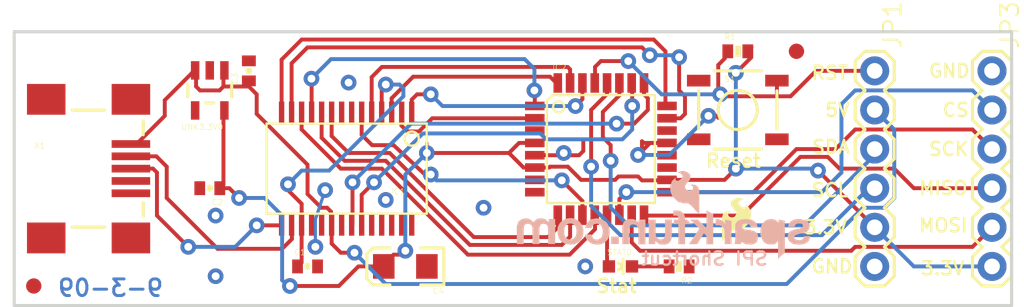
<source format=kicad_pcb>
(kicad_pcb (version 20211014) (generator pcbnew)
  (layers (0 "F.Cu" signal) (31 "B.Cu" signal) (34 "B.Paste" user) (35 "F.Paste" user) (36 "B.SilkS" user "B.Silkscreen") (37 "F.SilkS" user "F.Silkscreen") (38 "B.Mask" user) (39 "F.Mask" user) (44 "Edge.Cuts" user))
  (net 0 "")
  (net 1 "GND")
  (net 2 "N$10")
  (net 3 "N$11")
  (net 4 "3.3V")
  (net 5 "VUSB")
  (net 6 "N$1")
  (net 7 "N$2")
  (net 8 "N$3")
  (net 9 "N$4")
  (net 10 "N$5")
  (net 11 "N$6")
  (net 12 "N$7")
  (net 13 "N$8")
  (net 14 "N$9")
  (net 15 "N$12")
  (net 16 "N$13")
  (net 17 "N$14")
  (net 18 "N$15")
  (net 19 "CS")
  (net 20 "MOSI")
  (net 21 "MISO")
  (net 22 "SCK")
  (net 23 "SDA")
  (net 24 "SCL")
  (net 25 "RESET")
  (net 26 "N$16")
  (net 27 "N$17")
  (net 28 "IOVDD")
  (footprint "boardEagle:0402-RES" (layer "F.Cu") (at 163.1061 97.3836)
    (fp_text reference "R1" (at -0.889 -0.6985) (layer "F.SilkS") (effects (font (size 0.373888 0.373888) (thickness 0.032512)) (justify left bottom)))
    (fp_text value "10k")
    (pad "1" smd rect (at -0.65 0) (size 0.7 0.9) (layers "F.Cu" "F.Paste" "F.Mask") (net 25 "RESET"))
    (pad "2" smd rect (at 0.65 0) (size 0.7 0.9) (layers "F.Cu" "F.Paste" "F.Mask") (net 4 "3.3V"))
  )
  (footprint "boardEagle:0402-CAP" (layer "F.Cu") (at 135.1661 111.3536)
    (fp_text reference "C1" (at -0.889 -0.6985) (layer "F.SilkS") (effects (font (size 0.373888 0.373888) (thickness 0.032512)) (justify left bottom)))
    (fp_text value "0.1u")
    (pad "1" smd rect (at -0.65 0) (size 0.7 0.9) (layers "F.Cu" "F.Paste" "F.Mask") (net 28 "IOVDD"))
    (pad "2" smd rect (at 0.65 0) (size 0.7 0.9) (layers "F.Cu" "F.Paste" "F.Mask") (net 1 "GND"))
  )
  (footprint "boardEagle:SOT23-5" (layer "F.Cu") (at 128.8161 99.9236 180)
    (fp_text reference "UNK3.3V0" (at -0.889 -2.159 180) (layer "F.SilkS") (effects (font (size 0.373888 0.373888) (thickness 0.032512)) (justify right top)))
    (fp_text value "V_REG_LDOSMD")
    (pad "1" smd rect (at -0.95 1.3001 180) (size 0.55 1.2) (layers "F.Cu" "F.Paste" "F.Mask") (net 5 "VUSB"))
    (pad "2" smd rect (at 0 1.3001 180) (size 0.55 1.2) (layers "F.Cu" "F.Paste" "F.Mask") (net 1 "GND"))
    (pad "3" smd rect (at 0.95 1.3001 180) (size 0.55 1.2) (layers "F.Cu" "F.Paste" "F.Mask") (net 5 "VUSB"))
    (pad "4" smd rect (at 0.95 -1.3001 180) (size 0.55 1.2) (layers "F.Cu" "F.Paste" "F.Mask"))
    (pad "5" smd rect (at -0.95 -1.3001 180) (size 0.55 1.2) (layers "F.Cu" "F.Paste" "F.Mask") (net 4 "3.3V"))
  )
  (footprint "boardEagle:LED-0603" (layer "F.Cu") (at 155.4861 111.3536 -90)
    (fp_text reference "STAT0" (at -0.6985 0.889) (layer "F.SilkS") (effects (font (size 0.373888 0.373888) (thickness 0.032512)) (justify left bottom)))
    (fp_text value "RED")
    (pad "A" smd rect (at 0 0.75 270) (size 0.8 0.8) (layers "F.Cu" "F.Paste" "F.Mask") (net 26 "N$16"))
    (pad "C" smd rect (at 0 -0.75 270) (size 0.8 0.8) (layers "F.Cu" "F.Paste" "F.Mask") (net 27 "N$17"))
  )
  (footprint "boardEagle:1X06" (layer "F.Cu") (at 179.6161 98.6536 -90)
    (fp_text reference "JP3" (at -1.3462 -1.8288 -90) (layer "F.SilkS") (effects (font (size 1.143 1.143) (thickness 0.127)) (justify left bottom)))
    (fp_text value "")
    (pad "1" thru_hole circle (at 0 0) (size 1.8796 1.8796) (drill 1.016) (layers *.Cu *.Mask) (net 1 "GND"))
    (pad "2" thru_hole circle (at 2.54 0) (size 1.8796 1.8796) (drill 1.016) (layers *.Cu *.Mask) (net 19 "CS"))
    (pad "3" thru_hole circle (at 5.08 0) (size 1.8796 1.8796) (drill 1.016) (layers *.Cu *.Mask) (net 22 "SCK"))
    (pad "4" thru_hole circle (at 7.62 0) (size 1.8796 1.8796) (drill 1.016) (layers *.Cu *.Mask) (net 21 "MISO"))
    (pad "5" thru_hole circle (at 10.16 0) (size 1.8796 1.8796) (drill 1.016) (layers *.Cu *.Mask) (net 20 "MOSI"))
    (pad "6" thru_hole circle (at 12.7 0) (size 1.8796 1.8796) (drill 1.016) (layers *.Cu *.Mask) (net 4 "3.3V"))
  )
  (footprint "boardEagle:SFE-LOGO-FLAME" (layer "F.Cu") (at 162.0901 109.7026)
    (fp_text reference "U$7" hide)
    (fp_text value "LOGO-SFESK" hide)
  )
  (footprint "boardEagle:SSOP28DB" (layer "F.Cu") (at 137.7061 105.0036 180)
    (fp_text reference "IC1" (at -3.81 -1.27 180) (layer "F.SilkS") (effects (font (size 0.373888 0.373888) (thickness 0.032512)) (justify right top)))
    (fp_text value "FT245RL")
    (pad "1" smd rect (at -4.225 3.656 180) (size 0.348 1.397) (layers "F.Cu" "F.Paste" "F.Mask") (net 6 "N$1"))
    (pad "2" smd rect (at -3.575 3.656 180) (size 0.348 1.397) (layers "F.Cu" "F.Paste" "F.Mask") (net 10 "N$5"))
    (pad "3" smd rect (at -2.925 3.656 180) (size 0.348 1.397) (layers "F.Cu" "F.Paste" "F.Mask") (net 8 "N$3"))
    (pad "4" smd rect (at -2.275 3.656 180) (size 0.348 1.397) (layers "F.Cu" "F.Paste" "F.Mask") (net 28 "IOVDD"))
    (pad "5" smd rect (at -1.625 3.656 180) (size 0.348 1.397) (layers "F.Cu" "F.Paste" "F.Mask") (net 7 "N$2"))
    (pad "6" smd rect (at -0.975 3.656 180) (size 0.348 1.397) (layers "F.Cu" "F.Paste" "F.Mask") (net 13 "N$8"))
    (pad "7" smd rect (at -0.325 3.656 180) (size 0.348 1.397) (layers "F.Cu" "F.Paste" "F.Mask") (net 1 "GND"))
    (pad "8" smd rect (at 0.325 3.656 180) (size 0.348 1.397) (layers "F.Cu" "F.Paste" "F.Mask"))
    (pad "9" smd rect (at 0.975 3.656 180) (size 0.348 1.397) (layers "F.Cu" "F.Paste" "F.Mask") (net 11 "N$6"))
    (pad "10" smd rect (at 1.625 3.656 180) (size 0.348 1.397) (layers "F.Cu" "F.Paste" "F.Mask") (net 12 "N$7"))
    (pad "11" smd rect (at 2.275 3.656 180) (size 0.348 1.397) (layers "F.Cu" "F.Paste" "F.Mask") (net 9 "N$4"))
    (pad "12" smd rect (at 2.925 3.656 180) (size 0.348 1.397) (layers "F.Cu" "F.Paste" "F.Mask") (net 18 "N$15"))
    (pad "13" smd rect (at 3.575 3.656 180) (size 0.348 1.397) (layers "F.Cu" "F.Paste" "F.Mask") (net 17 "N$14"))
    (pad "14" smd rect (at 4.225 3.656 180) (size 0.348 1.397) (layers "F.Cu" "F.Paste" "F.Mask") (net 16 "N$13"))
    (pad "15" smd rect (at 4.225 -3.656 180) (size 0.348 1.397) (layers "F.Cu" "F.Paste" "F.Mask") (net 3 "N$11"))
    (pad "16" smd rect (at 3.575 -3.656 180) (size 0.348 1.397) (layers "F.Cu" "F.Paste" "F.Mask") (net 2 "N$10"))
    (pad "17" smd rect (at 2.925 -3.656 180) (size 0.348 1.397) (layers "F.Cu" "F.Paste" "F.Mask") (net 28 "IOVDD"))
    (pad "18" smd rect (at 2.275 -3.656 180) (size 0.348 1.397) (layers "F.Cu" "F.Paste" "F.Mask") (net 1 "GND"))
    (pad "19" smd rect (at 1.625 -3.656 180) (size 0.348 1.397) (layers "F.Cu" "F.Paste" "F.Mask"))
    (pad "20" smd rect (at 0.975 -3.656 180) (size 0.348 1.397) (layers "F.Cu" "F.Paste" "F.Mask") (net 5 "VUSB"))
    (pad "21" smd rect (at 0.325 -3.656 180) (size 0.348 1.397) (layers "F.Cu" "F.Paste" "F.Mask") (net 1 "GND"))
    (pad "22" smd rect (at -0.325 -3.656 180) (size 0.348 1.397) (layers "F.Cu" "F.Paste" "F.Mask") (net 15 "N$12"))
    (pad "23" smd rect (at -0.975 -3.656 180) (size 0.348 1.397) (layers "F.Cu" "F.Paste" "F.Mask") (net 14 "N$9"))
    (pad "24" smd rect (at -1.625 -3.656 180) (size 0.348 1.397) (layers "F.Cu" "F.Paste" "F.Mask"))
    (pad "25" smd rect (at -2.275 -3.656 180) (size 0.348 1.397) (layers "F.Cu" "F.Paste" "F.Mask") (net 1 "GND"))
    (pad "26" smd rect (at -2.925 -3.656 180) (size 0.348 1.397) (layers "F.Cu" "F.Paste" "F.Mask") (net 1 "GND"))
    (pad "27" smd rect (at -3.575 -3.656 180) (size 0.348 1.397) (layers "F.Cu" "F.Paste" "F.Mask"))
    (pad "28" smd rect (at -4.225 -3.656 180) (size 0.348 1.397) (layers "F.Cu" "F.Paste" "F.Mask"))
  )
  (footprint "boardEagle:FIDUCIAL-1X2" (layer "F.Cu") (at 166.9161 97.3836)
    (fp_text reference "U$6" hide)
    (fp_text value "FIDUCIAL1X2" hide)
    (pad "1" smd roundrect (at 0 0) (size 1 1) (layers "F.Cu" "F.Mask") (roundrect_rratio 0.5))
  )
  (footprint "boardEagle:0402-CAP" (layer "F.Cu") (at 128.8161 106.2736 180)
    (fp_text reference "C2" (at -0.889 -0.6985 180) (layer "F.SilkS") (effects (font (size 0.373888 0.373888) (thickness 0.032512)) (justify right top)))
    (fp_text value "0.1u")
    (pad "1" smd rect (at -0.65 0 180) (size 0.7 0.9) (layers "F.Cu" "F.Paste" "F.Mask") (net 4 "3.3V"))
    (pad "2" smd rect (at 0.65 0 180) (size 0.7 0.9) (layers "F.Cu" "F.Paste" "F.Mask") (net 1 "GND"))
  )
  (footprint "boardEagle:0402-CAP" (layer "F.Cu") (at 131.3561 98.6536 90)
    (fp_text reference "C3" (at -0.889 -0.6985 90) (layer "F.SilkS") (effects (font (size 0.373888 0.373888) (thickness 0.032512)) (justify left bottom)))
    (fp_text value "10n")
    (pad "1" smd rect (at -0.65 0 90) (size 0.7 0.9) (layers "F.Cu" "F.Paste" "F.Mask") (net 5 "VUSB"))
    (pad "2" smd rect (at 0.65 0 90) (size 0.7 0.9) (layers "F.Cu" "F.Paste" "F.Mask") (net 1 "GND"))
  )
  (footprint "boardEagle:0402-RES" (layer "F.Cu") (at 159.2961 111.3536 180)
    (fp_text reference "R2" (at -0.889 -0.6985 180) (layer "F.SilkS") (effects (font (size 0.373888 0.373888) (thickness 0.032512)) (justify right top)))
    (fp_text value "330")
    (pad "1" smd rect (at -0.65 0 180) (size 0.7 0.9) (layers "F.Cu" "F.Paste" "F.Mask") (net 1 "GND"))
    (pad "2" smd rect (at 0.65 0 180) (size 0.7 0.9) (layers "F.Cu" "F.Paste" "F.Mask") (net 27 "N$17"))
  )
  (footprint "boardEagle:EIA3216" (layer "F.Cu") (at 141.5161 111.3536 180)
    (fp_text reference "C4" (at -2.54 -1.381 180) (layer "F.SilkS") (effects (font (size 0.373888 0.373888) (thickness 0.032512)) (justify right top)))
    (fp_text value "10u")
    (pad "A" smd rect (at 1.4 0 270) (size 1.6 1.4) (layers "F.Cu" "F.Paste" "F.Mask") (net 4 "3.3V"))
    (pad "C" smd rect (at -1.4 0 270) (size 1.6 1.4) (layers "F.Cu" "F.Paste" "F.Mask") (net 1 "GND"))
  )
  (footprint "boardEagle:TACTILE_SWITCH_SMD" (layer "F.Cu") (at 163.1061 101.1936)
    (fp_text reference "S1" (at -0.889 -1.778) (layer "F.SilkS") (effects (font (size 0.373888 0.373888) (thickness 0.032512)) (justify left bottom)))
    (fp_text value "")
    (pad "1" smd rect (at -2.54 -1.905 90) (size 0.762 1.524) (layers "F.Cu" "F.Paste" "F.Mask"))
    (pad "2" smd rect (at 2.54 -1.905 90) (size 0.762 1.524) (layers "F.Cu" "F.Paste" "F.Mask") (net 25 "RESET"))
    (pad "3" smd rect (at -2.54 1.905 90) (size 0.762 1.524) (layers "F.Cu" "F.Paste" "F.Mask"))
    (pad "4" smd rect (at 2.54 1.905 90) (size 0.762 1.524) (layers "F.Cu" "F.Paste" "F.Mask") (net 1 "GND"))
  )
  (footprint "boardEagle:FIDUCIAL-1X2" (layer "F.Cu") (at 117.3861 112.6236)
    (fp_text reference "U$5" hide)
    (fp_text value "FIDUCIAL1X2" hide)
    (pad "1" smd roundrect (at 0 0) (size 1 1) (layers "F.Cu" "F.Mask") (roundrect_rratio 0.5))
  )
  (footprint "boardEagle:TQFP32-08" (layer "F.Cu") (at 154.2161 103.7336)
    (fp_text reference "IC2" (at -3.175 -5.08) (layer "F.SilkS") (effects (font (size 0.373888 0.373888) (thickness 0.032512)) (justify left bottom)))
    (fp_text value "ATMEGA168")
    (pad "1" smd rect (at -4.2926 -2.8) (size 1.27 0.5588) (layers "F.Cu" "F.Paste" "F.Mask") (net 9 "N$4"))
    (pad "2" smd rect (at -4.2926 -2) (size 1.27 0.5588) (layers "F.Cu" "F.Paste" "F.Mask") (net 10 "N$5"))
    (pad "3" smd rect (at -4.2926 -1.2) (size 1.27 0.5588) (layers "F.Cu" "F.Paste" "F.Mask") (net 1 "GND"))
    (pad "4" smd rect (at -4.2926 -0.4) (size 1.27 0.5588) (layers "F.Cu" "F.Paste" "F.Mask") (net 4 "3.3V"))
    (pad "5" smd rect (at -4.2926 0.4) (size 1.27 0.5588) (layers "F.Cu" "F.Paste" "F.Mask") (net 1 "GND"))
    (pad "6" smd rect (at -4.2926 1.2) (size 1.27 0.5588) (layers "F.Cu" "F.Paste" "F.Mask") (net 4 "3.3V"))
    (pad "7" smd rect (at -4.2926 2) (size 1.27 0.5588) (layers "F.Cu" "F.Paste" "F.Mask"))
    (pad "8" smd rect (at -4.2926 2.8) (size 1.27 0.5588) (layers "F.Cu" "F.Paste" "F.Mask"))
    (pad "9" smd rect (at -2.8 4.2926) (size 0.5588 1.27) (layers "F.Cu" "F.Paste" "F.Mask") (net 11 "N$6"))
    (pad "10" smd rect (at -2 4.2926) (size 0.5588 1.27) (layers "F.Cu" "F.Paste" "F.Mask") (net 12 "N$7"))
    (pad "11" smd rect (at -1.2 4.2926) (size 0.5588 1.27) (layers "F.Cu" "F.Paste" "F.Mask") (net 13 "N$8"))
    (pad "12" smd rect (at -0.4 4.2926) (size 0.5588 1.27) (layers "F.Cu" "F.Paste" "F.Mask") (net 18 "N$15"))
    (pad "13" smd rect (at 0.4 4.2926) (size 0.5588 1.27) (layers "F.Cu" "F.Paste" "F.Mask") (net 26 "N$16"))
    (pad "14" smd rect (at 1.2 4.2926) (size 0.5588 1.27) (layers "F.Cu" "F.Paste" "F.Mask") (net 19 "CS"))
    (pad "15" smd rect (at 2 4.2926) (size 0.5588 1.27) (layers "F.Cu" "F.Paste" "F.Mask") (net 20 "MOSI"))
    (pad "16" smd rect (at 2.8 4.2926) (size 0.5588 1.27) (layers "F.Cu" "F.Paste" "F.Mask") (net 21 "MISO"))
    (pad "17" smd rect (at 4.2926 2.8) (size 1.27 0.5588) (layers "F.Cu" "F.Paste" "F.Mask") (net 22 "SCK"))
    (pad "18" smd rect (at 4.2926 2) (size 1.27 0.5588) (layers "F.Cu" "F.Paste" "F.Mask") (net 4 "3.3V"))
    (pad "19" smd rect (at 4.2926 1.2) (size 1.27 0.5588) (layers "F.Cu" "F.Paste" "F.Mask"))
    (pad "20" smd rect (at 4.2926 0.4) (size 1.27 0.5588) (layers "F.Cu" "F.Paste" "F.Mask"))
    (pad "21" smd rect (at 4.2926 -0.4) (size 1.27 0.5588) (layers "F.Cu" "F.Paste" "F.Mask") (net 1 "GND"))
    (pad "22" smd rect (at 4.2926 -1.2) (size 1.27 0.5588) (layers "F.Cu" "F.Paste" "F.Mask"))
    (pad "23" smd rect (at 4.2926 -2) (size 1.27 0.5588) (layers "F.Cu" "F.Paste" "F.Mask") (net 17 "N$14"))
    (pad "24" smd rect (at 4.2926 -2.8) (size 1.27 0.5588) (layers "F.Cu" "F.Paste" "F.Mask") (net 16 "N$13"))
    (pad "25" smd rect (at 2.8 -4.2926) (size 0.5588 1.27) (layers "F.Cu" "F.Paste" "F.Mask") (net 15 "N$12"))
    (pad "26" smd rect (at 2 -4.2926) (size 0.5588 1.27) (layers "F.Cu" "F.Paste" "F.Mask") (net 14 "N$9"))
    (pad "27" smd rect (at 1.2 -4.2926) (size 0.5588 1.27) (layers "F.Cu" "F.Paste" "F.Mask") (net 23 "SDA"))
    (pad "28" smd rect (at 0.4 -4.2926) (size 0.5588 1.27) (layers "F.Cu" "F.Paste" "F.Mask") (net 24 "SCL"))
    (pad "29" smd rect (at -0.4 -4.2926) (size 0.5588 1.27) (layers "F.Cu" "F.Paste" "F.Mask") (net 25 "RESET"))
    (pad "30" smd rect (at -1.2 -4.2926) (size 0.5588 1.27) (layers "F.Cu" "F.Paste" "F.Mask") (net 6 "N$1"))
    (pad "31" smd rect (at -2 -4.2926) (size 0.5588 1.27) (layers "F.Cu" "F.Paste" "F.Mask") (net 7 "N$2"))
    (pad "32" smd rect (at -2.8 -4.2926) (size 0.5588 1.27) (layers "F.Cu" "F.Paste" "F.Mask") (net 8 "N$3"))
  )
  (footprint "boardEagle:1X06" (layer "F.Cu") (at 171.9961 98.6536 -90)
    (fp_text reference "JP1" (at -1.3462 -1.8288 -90) (layer "F.SilkS") (effects (font (size 1.143 1.143) (thickness 0.127)) (justify left bottom)))
    (fp_text value "")
    (pad "1" thru_hole circle (at 0 0) (size 1.8796 1.8796) (drill 1.016) (layers *.Cu *.Mask) (net 25 "RESET"))
    (pad "2" thru_hole circle (at 2.54 0) (size 1.8796 1.8796) (drill 1.016) (layers *.Cu *.Mask) (net 5 "VUSB"))
    (pad "3" thru_hole circle (at 5.08 0) (size 1.8796 1.8796) (drill 1.016) (layers *.Cu *.Mask) (net 23 "SDA"))
    (pad "4" thru_hole circle (at 7.62 0) (size 1.8796 1.8796) (drill 1.016) (layers *.Cu *.Mask) (net 24 "SCL"))
    (pad "5" thru_hole circle (at 10.16 0) (size 1.8796 1.8796) (drill 1.016) (layers *.Cu *.Mask) (net 4 "3.3V"))
    (pad "6" thru_hole circle (at 12.7 0) (size 1.8796 1.8796) (drill 1.016) (layers *.Cu *.Mask) (net 1 "GND"))
  )
  (footprint "boardEagle:USB-MINIB" (layer "F.Cu") (at 121.1961 105.0036)
    (fp_text reference "X1" (at -3.81 -1.27) (layer "F.SilkS") (effects (font (size 0.373888 0.373888) (thickness 0.032512)) (justify left bottom)))
    (fp_text value "USBSMD")
    (pad "" np_thru_hole circle (at 0 2.2) (size 0.9 0.9) (drill 0.9) (layers *.Cu *.Mask))
    (pad "" np_thru_hole circle (at 0 -2.2) (size 0.9 0.9) (drill 0.9) (layers *.Cu *.Mask))
    (pad "D+" smd rect (at 2.5 0) (size 2.5 0.5) (layers "F.Cu" "F.Paste" "F.Mask") (net 3 "N$11"))
    (pad "D-" smd rect (at 2.5 -0.8) (size 2.5 0.5) (layers "F.Cu" "F.Paste" "F.Mask") (net 2 "N$10"))
    (pad "GND" smd rect (at 2.5 1.6) (size 2.5 0.5) (layers "F.Cu" "F.Paste" "F.Mask") (net 1 "GND"))
    (pad "GND@1" smd rect (at -3 4.5) (size 2.5 2) (layers "F.Cu" "F.Paste" "F.Mask"))
    (pad "GND@2" smd rect (at -3 -4.5) (size 2.5 2) (layers "F.Cu" "F.Paste" "F.Mask"))
    (pad "GND@3" smd rect (at 2.5 -4.5) (size 2.5 2) (layers "F.Cu" "F.Paste" "F.Mask"))
    (pad "GND@4" smd rect (at 2.5 4.5) (size 2.5 2) (layers "F.Cu" "F.Paste" "F.Mask"))
    (pad "ID" smd rect (at 2.5 0.8) (size 2.5 0.5) (layers "F.Cu" "F.Paste" "F.Mask"))
    (pad "VBUS" smd rect (at 2.5 -1.6) (size 2.5 0.5) (layers "F.Cu" "F.Paste" "F.Mask") (net 5 "VUSB"))
  )
  (footprint "boardEagle:SFE-NEW-WEBLOGO" (layer "B.Cu") (at 167.8051 110.8456 180)
    (fp_text reference "U$3" hide)
    (fp_text value "LOGO-SFENEW" hide)
  )
  (gr_line (start 116.1161 96.1136) (end 116.1161 113.8936) (layer "Edge.Cuts") (width 0.2032))
  (gr_line (start 116.1161 113.8936) (end 180.8861 113.8936) (layer "Edge.Cuts") (width 0.2032))
  (gr_line (start 180.8861 113.8936) (end 180.8861 96.1136) (layer "Edge.Cuts") (width 0.2032))
  (gr_line (start 180.8861 96.1136) (end 116.1161 96.1136) (layer "Edge.Cuts") (width 0.2032))
  (gr_text "9-3-09" (at 125.8951 113.3856) (layer "B.Cu") (effects (font (size 1.0795 1.0795) (thickness 0.1905)) (justify left bottom mirror)))
  (gr_text "SPI Shortcut" (at 165.1381 111.3536) (layer "B.SilkS") (effects (font (size 0.8636 0.8636) (thickness 0.1524)) (justify left bottom mirror)))
  (gr_text "CS" (at 176.3141 101.7016) (layer "F.SilkS") (effects (font (size 0.8636 0.8636) (thickness 0.1524)) (justify left bottom)))
  (gr_text "3.3V" (at 167.2971 109.3216) (layer "F.SilkS") (effects (font (size 0.8636 0.8636) (thickness 0.1524)) (justify left bottom)))
  (gr_text "SCK" (at 175.4251 104.2416) (layer "F.SilkS") (effects (font (size 0.8636 0.8636) (thickness 0.1524)) (justify left bottom)))
  (gr_text "MISO" (at 174.7901 106.7816) (layer "F.SilkS") (effects (font (size 0.8636 0.8636) (thickness 0.1524)) (justify left bottom)))
  (gr_text "GND" (at 175.4251 99.1616) (layer "F.SilkS") (effects (font (size 0.8636 0.8636) (thickness 0.1524)) (justify left bottom)))
  (gr_text "Stat" (at 153.8351 113.1316) (layer "F.SilkS") (effects (font (size 0.8636 0.8636) (thickness 0.1524)) (justify left bottom)))
  (gr_text "SDA" (at 170.4721 103.0986) (layer "F.SilkS") (effects (font (size 0.8636 0.8636) (thickness 0.1524)) (justify right top)))
  (gr_text "RST" (at 167.8051 99.2886) (layer "F.SilkS") (effects (font (size 0.8636 0.8636) (thickness 0.1524)) (justify left bottom)))
  (gr_text "5V" (at 168.6941 101.7016) (layer "F.SilkS") (effects (font (size 0.8636 0.8636) (thickness 0.1524)) (justify left bottom)))
  (gr_text "GND" (at 167.8051 111.8616) (layer "F.SilkS") (effects (font (size 0.8636 0.8636) (thickness 0.1524)) (justify left bottom)))
  (gr_text "MOSI" (at 174.7901 109.1946) (layer "F.SilkS") (effects (font (size 0.8636 0.8636) (thickness 0.1524)) (justify left bottom)))
  (gr_text "Reset" (at 160.9471 105.0036) (layer "F.SilkS") (effects (font (size 0.8636 0.8636) (thickness 0.1524)) (justify left bottom)))
  (gr_text "3.3V" (at 174.9171 111.9886) (layer "F.SilkS") (effects (font (size 0.8636 0.8636) (thickness 0.1524)) (justify left bottom)))
  (gr_text "SCL" (at 167.8051 106.9086) (layer "F.SilkS") (effects (font (size 0.8636 0.8636) (thickness 0.1524)) (justify left bottom)))
  (segment (start 152.8001 104.1336) (end 153.0731 103.8606) (width 0.254) (layer "F.Cu") (net 1))
  (segment (start 161.2011 101.5746) (end 161.7091 101.5746) (width 0.254) (layer "F.Cu") (net 1))
  (segment (start 153.0731 103.8606) (end 153.0731 103.2256) (width 0.254) (layer "F.Cu") (net 1))
  (segment (start 158.5087 103.3336) (end 156.9911 103.3336) (width 0.254) (layer "F.Cu") (net 1))
  (segment (start 156.8831 103.8606) (end 156.8831 103.2256) (width 0.254) (layer "F.Cu") (net 1))
  (segment (start 149.9235 104.1336) (end 152.8001 104.1336) (width 0.254) (layer "F.Cu") (net 1))
  (segment (start 156.6291 104.1146) (end 157.4101 103.3336) (width 0.254) (layer "F.Cu") (net 1))
  (segment (start 156.8831 103.2256) (end 156.9911 103.3336) (width 0.254) (layer "F.Cu") (net 1))
  (segment (start 156.6291 104.1146) (end 156.8831 103.8606) (width 0.254) (layer "F.Cu") (net 1))
  (segment (start 161.7091 101.5746) (end 161.8361 101.7016) (width 0.254) (layer "F.Cu") (net 1))
  (segment (start 157.4101 103.3336) (end 158.5087 103.3336) (width 0.254) (layer "F.Cu") (net 1))
  (via (at 129.1971 111.9886) (size 1.016) (drill 0.508) (layers "F.Cu" "B.Cu") (net 1))
  (via (at 151.8031 103.9876) (size 1.016) (drill 0.508) (layers "F.Cu" "B.Cu") (net 1))
  (via (at 146.5961 107.5436) (size 1.016) (drill 0.508) (layers "F.Cu" "B.Cu") (net 1))
  (via (at 137.8331 99.4156) (size 1.016) (drill 0.508) (layers "F.Cu" "B.Cu") (net 1))
  (via (at 135.6741 110.0836) (size 1.016) (drill 0.508) (layers "F.Cu" "B.Cu") (net 1))
  (via (at 140.2461 107.0356) (size 1.016) (drill 0.508) (layers "F.Cu" "B.Cu") (net 1))
  (via (at 153.2001 111.3536) (size 1.016) (drill 0.508) (layers "F.Cu" "B.Cu") (net 1))
  (via (at 136.3091 106.4006) (size 1.016) (drill 0.508) (layers "F.Cu" "B.Cu") (net 1))
  (via (at 156.6291 104.1146) (size 1.016) (drill 0.508) (layers "F.Cu" "B.Cu") (net 1))
  (via (at 129.1971 108.0516) (size 1.016) (drill 0.508) (layers "F.Cu" "B.Cu") (net 1))
  (via (at 161.2011 101.5746) (size 1.016) (drill 0.508) (layers "F.Cu" "B.Cu") (net 1))
  (segment (start 158.6611 104.1146) (end 161.2011 101.5746) (width 0.254) (layer "B.Cu") (net 1))
  (segment (start 156.6291 104.1146) (end 158.6611 104.1146) (width 0.254) (layer "B.Cu") (net 1))
  (segment (start 135.6741 110.0836) (end 135.6741 108.3056) (width 0.2032) (layer "B.Cu") (net 1))
  (segment (start 135.6741 108.3056) (end 136.3091 106.4006) (width 0.2032) (layer "B.Cu") (net 1))
  (segment (start 126.0221 104.8766) (end 126.0221 106.9086) (width 0.254) (layer "F.Cu") (net 2))
  (segment (start 125.3491 104.2036) (end 126.0221 104.8766) (width 0.254) (layer "F.Cu") (net 2))
  (segment (start 134.1501 108.8136) (end 134.1311 108.7946) (width 0.254) (layer "F.Cu") (net 2))
  (segment (start 134.1501 109.5756) (end 134.1501 108.8136) (width 0.254) (layer "F.Cu") (net 2))
  (segment (start 123.6961 104.2036) (end 125.3491 104.2036) (width 0.254) (layer "F.Cu") (net 2))
  (segment (start 126.0221 106.9086) (end 129.3241 110.2106) (width 0.254) (layer "F.Cu") (net 2))
  (segment (start 134.1311 108.7946) (end 134.1311 108.6596) (width 0.254) (layer "F.Cu") (net 2))
  (segment (start 133.5151 110.2106) (end 134.1501 109.5756) (width 0.254) (layer "F.Cu") (net 2))
  (segment (start 129.3241 110.2106) (end 133.5151 110.2106) (width 0.254) (layer "F.Cu") (net 2))
  (segment (start 123.6961 105.0036) (end 125.1331 105.0036) (width 0.254) (layer "F.Cu") (net 3))
  (segment (start 125.1331 105.0036) (end 125.3871 105.2576) (width 0.254) (layer "F.Cu") (net 3))
  (segment (start 133.4881 108.6596) (end 133.4811 108.6596) (width 0.254) (layer "F.Cu") (net 3))
  (segment (start 133.5151 108.6866) (end 133.4881 108.6596) (width 0.254) (layer "F.Cu") (net 3))
  (segment (start 131.8641 108.6866) (end 133.5151 108.6866) (width 0.254) (layer "F.Cu") (net 3))
  (segment (start 125.3871 108.0516) (end 127.4191 110.0836) (width 0.254) (layer "F.Cu") (net 3))
  (segment (start 125.3871 105.2576) (end 125.3871 108.0516) (width 0.254) (layer "F.Cu") (net 3))
  (via (at 131.8641 108.6866) (size 1.016) (drill 0.508) (layers "F.Cu" "B.Cu") (net 3))
  (via (at 127.4191 110.0836) (size 1.016) (drill 0.508) (layers "F.Cu" "B.Cu") (net 3))
  (segment (start 127.4191 110.0836) (end 130.4671 110.0836) (width 0.254) (layer "B.Cu") (net 3))
  (segment (start 130.4671 110.0836) (end 131.8641 108.6866) (width 0.254) (layer "B.Cu") (net 3))
  (segment (start 129.4511 106.2736) (end 129.7051 106.0196) (width 0.254) (layer "F.Cu") (net 4))
  (segment (start 142.9131 103.9876) (end 142.9131 103.3336) (width 0.2032) (layer "F.Cu") (net 4))
  (segment (start 158.5087 105.7336) (end 162.2491 105.7336) (width 0.254) (layer "F.Cu") (net 4))
  (segment (start 142.9131 103.9876) (end 143.1671 103.9876) (width 0.254) (layer "F.Cu") (net 4))
  (segment (start 148.2471 103.9876) (end 149.1931 104.9336) (width 0.254) (layer "F.Cu") (net 4))
  (segment (start 137.1981 112.6236) (end 138.4681 111.3536) (width 0.254) (layer "F.Cu") (net 4))
  (segment (start 163.9561 97.8036) (end 163.7561 97.3836) (width 0.254) (layer "F.Cu") (net 4))
  (segment (start 138.4681 111.3536) (end 140.1161 111.3536) (width 0.254) (layer "F.Cu") (net 4))
  (segment (start 140.1161 111.3536) (end 140.7541 110.5916) (width 0.254) (layer "F.Cu") (net 4))
  (segment (start 130.7211 106.9086) (end 130.0861 106.2736) (width 0.254) (layer "F.Cu") (net 4))
  (segment (start 141.5161 110.5916) (end 141.5161 110.3376) (width 0.254) (layer "F.Cu") (net 4))
  (segment (start 155.3591 105.5116) (end 156.6291 105.5116) (width 0.254) (layer "F.Cu") (net 4))
  (segment (start 129.4661 106.2736) (end 129.4511 106.2736) (width 0.254) (layer "F.Cu") (net 4))
  (segment (start 129.7051 101.2847) (end 129.7661 101.2237) (width 0.254) (layer "F.Cu") (net 4))
  (segment (start 152.9271 105.7336) (end 155.1371 105.7336) (width 0.254) (layer "F.Cu") (net 4))
  (segment (start 162.9791 98.7806) (end 163.9561 97.8036) (width 0.254) (layer "F.Cu") (net 4))
  (segment (start 148.2471 103.9876) (end 148.9011 103.3336) (width 0.254) (layer "F.Cu") (net 4))
  (segment (start 163.7561 97.3836) (end 163.7411 97.1296) (width 0.254) (layer "F.Cu") (net 4))
  (segment (start 142.9131 103.9876) (end 148.2471 103.9876) (width 0.254) (layer "F.Cu") (net 4))
  (segment (start 155.1371 105.7336) (end 155.3591 105.5116) (width 0.254) (layer "F.Cu") (net 4))
  (segment (start 140.7541 110.5916) (end 141.5161 110.5916) (width 0.254) (layer "F.Cu") (net 4))
  (segment (start 148.9011 103.3336) (end 149.9235 103.3336) (width 0.254) (layer "F.Cu") (net 4))
  (segment (start 152.0701 104.8766) (end 152.9271 105.7336) (width 0.254) (layer "F.Cu") (net 4))
  (segment (start 156.6291 105.5116) (end 156.8831 105.7656) (width 0.254) (layer "F.Cu") (net 4))
  (segment (start 149.1931 104.9336) (end 149.9235 104.9336) (width 0.254) (layer "F.Cu") (net 4))
  (segment (start 162.2491 105.7336) (end 162.9791 105.0036) (width 0.254) (layer "F.Cu") (net 4))
  (segment (start 168.3131 105.1306) (end 171.9961 108.8136) (width 0.254) (layer "F.Cu") (net 4))
  (segment (start 150.9141 104.8766) (end 152.0701 104.8766) (width 0.254) (layer "F.Cu") (net 4))
  (segment (start 129.7051 106.0196) (end 129.7051 101.2847) (width 0.254) (layer "F.Cu") (net 4))
  (segment (start 163.7561 97.3836) (end 163.9951 97.1296) (width 0.254) (layer "F.Cu") (net 4))
  (segment (start 130.0861 106.2736) (end 129.4661 106.2736) (width 0.254) (layer "F.Cu") (net 4))
  (segment (start 156.8831 105.7656) (end 158.5341 105.7656) (width 0.254) (layer "F.Cu") (net 4))
  (segment (start 134.0231 112.6236) (end 137.1981 112.6236) (width 0.254) (layer "F.Cu") (net 4))
  (segment (start 150.8571 104.9336) (end 150.9141 104.8766) (width 0.254) (layer "F.Cu") (net 4))
  (segment (start 149.9235 104.9336) (end 150.8571 104.9336) (width 0.254) (layer "F.Cu") (net 4))
  (segment (start 158.5341 105.7656) (end 158.5087 105.7402) (width 0.254) (layer "F.Cu") (net 4))
  (segment (start 158.5087 105.7402) (end 158.5087 105.7336) (width 0.254) (layer "F.Cu") (net 4))
  (via (at 168.3131 105.1306) (size 1.016) (drill 0.508) (layers "F.Cu" "B.Cu") (net 4))
  (via (at 141.5161 110.3376) (size 1.016) (drill 0.508) (layers "F.Cu" "B.Cu") (net 4))
  (via (at 162.9791 98.7806) (size 1.016) (drill 0.508) (layers "F.Cu" "B.Cu") (net 4))
  (via (at 130.7211 106.9086) (size 1.016) (drill 0.508) (layers "F.Cu" "B.Cu") (net 4))
  (via (at 134.0231 112.6236) (size 1.016) (drill 0.508) (layers "F.Cu" "B.Cu") (net 4))
  (via (at 162.9791 105.0036) (size 1.016) (drill 0.508) (layers "F.Cu" "B.Cu") (net 4))
  (via (at 142.9131 103.9876) (size 1.016) (drill 0.508) (layers "F.Cu" "B.Cu") (net 4))
  (segment (start 133.5151 112.2426) (end 133.5151 108.0516) (width 0.254) (layer "B.Cu") (net 4))
  (segment (start 141.5161 110.3376) (end 141.5161 105.3846) (width 0.254) (layer "B.Cu") (net 4))
  (segment (start 132.3721 106.9086) (end 130.7211 106.9086) (width 0.254) (layer "B.Cu") (net 4))
  (segment (start 174.5361 111.3536) (end 179.6161 111.3536) (width 0.254) (layer "B.Cu") (net 4))
  (segment (start 133.7691 112.4966) (end 133.5151 112.2426) (width 0.254) (layer "B.Cu") (net 4))
  (segment (start 168.1861 105.0036) (end 168.3131 105.1306) (width 0.254) (layer "B.Cu") (net 4))
  (segment (start 162.9791 105.0036) (end 162.9791 98.7806) (width 0.254) (layer "B.Cu") (net 4))
  (segment (start 133.5151 108.0516) (end 132.3721 106.9086) (width 0.254) (layer "B.Cu") (net 4))
  (segment (start 162.9791 105.0036) (end 168.1861 105.0036) (width 0.254) (layer "B.Cu") (net 4))
  (segment (start 133.7691 112.4966) (end 133.8961 112.4966) (width 0.254) (layer "B.Cu") (net 4))
  (segment (start 133.7691 112.4966) (end 133.8961 112.6236) (width 0.254) (layer "B.Cu") (net 4))
  (segment (start 171.9961 108.8136) (end 174.5361 111.3536) (width 0.254) (layer "B.Cu") (net 4))
  (segment (start 133.8961 112.4966) (end 134.0231 112.6236) (width 0.254) (layer "B.Cu") (net 4))
  (segment (start 141.5161 105.3846) (end 142.9131 103.9876) (width 0.254) (layer "B.Cu") (net 4))
  (segment (start 127.8661 98.5876) (end 127.9271 98.5266) (width 0.254) (layer "F.Cu") (net 5))
  (segment (start 136.4361 107.5436) (end 136.6901 107.7976) (width 0.254) (layer "F.Cu") (net 5))
  (segment (start 127.8661 98.7146) (end 127.8001 98.7806) (width 0.254) (layer "F.Cu") (net 5))
  (segment (start 127.709 98.7806) (end 127.8661 98.6235) (width 0.254) (layer "F.Cu") (net 5))
  (segment (start 136.7311 109.8706) (end 137.3251 110.4646) (width 0.254) (layer "F.Cu") (net 5))
  (segment (start 131.2681 99.5036) (end 131.2291 99.5426) (width 0.254) (layer "F.Cu") (net 5))
  (segment (start 129.7051 99.6696) (end 131.3561 99.6696) (width 0.254) (layer "F.Cu") (net 5))
  (segment (start 136.7311 108.6006) (end 136.7311 108.6596) (width 0.254) (layer "F.Cu") (net 5))
  (segment (start 131.3561 99.6696) (end 131.3561 99.3036) (width 0.254) (layer "F.Cu") (net 5))
  (segment (start 129.7051 98.6845) (end 129.7661 98.6235) (width 0.254) (layer "F.Cu") (net 5))
  (segment (start 127.6731 98.7806) (end 127.8661 98.5876) (width 0.254) (layer "F.Cu") (net 5))
  (segment (start 136.7311 108.6596) (end 136.7311 109.8706) (width 0.254) (layer "F.Cu") (net 5))
  (segment (start 136.6901 107.7976) (end 136.6901 108.5596) (width 0.254) (layer "F.Cu") (net 5))
  (segment (start 125.8951 101.5746) (end 125.8951 100.5586) (width 0.254) (layer "F.Cu") (net 5))
  (segment (start 129.4511 99.9236) (end 129.7051 99.6696) (width 0.254) (layer "F.Cu") (net 5))
  (segment (start 137.3251 110.4646) (end 138.2141 110.4646) (width 0.254) (layer "F.Cu") (net 5))
  (segment (start 127.8001 98.7806) (end 127.9271 98.9076) (width 0.254) (layer "F.Cu") (net 5))
  (segment (start 127.8661 98.6235) (end 127.8661 98.7146) (width 0.254) (layer "F.Cu") (net 5))
  (segment (start 127.9271 99.6696) (end 128.1811 99.9236) (width 0.254) (layer "F.Cu") (net 5))
  (segment (start 125.8951 100.5586) (end 127.6731 98.7806) (width 0.254) (layer "F.Cu") (net 5))
  (segment (start 127.9271 98.9076) (end 127.9271 99.6696) (width 0.254) (layer "F.Cu") (net 5))
  (segment (start 136.6901 108.5596) (end 136.7311 108.6006) (width 0.254) (layer "F.Cu") (net 5))
  (segment (start 135.1661 104.7496) (end 135.1661 106.6546) (width 0.254) (layer "F.Cu") (net 5))
  (segment (start 131.3561 99.3036) (end 131.2681 99.5036) (width 0.254) (layer "F.Cu") (net 5))
  (segment (start 131.2291 99.5426) (end 131.8641 100.1776) (width 0.254) (layer "F.Cu") (net 5))
  (segment (start 129.7051 99.6696) (end 129.7051 98.6845) (width 0.254) (layer "F.Cu") (net 5))
  (segment (start 127.6731 98.7806) (end 127.709 98.7806) (width 0.254) (layer "F.Cu") (net 5))
  (segment (start 128.1811 99.9236) (end 129.4511 99.9236) (width 0.254) (layer "F.Cu") (net 5))
  (segment (start 127.8661 98.5876) (end 127.8661 98.6235) (width 0.254) (layer "F.Cu") (net 5))
  (segment (start 123.6961 103.4036) (end 124.0661 103.4036) (width 0.254) (layer "F.Cu") (net 5))
  (segment (start 131.8641 100.1776) (end 131.8641 101.4476) (width 0.254) (layer "F.Cu") (net 5))
  (segment (start 131.8641 101.4476) (end 135.1661 104.7496) (width 0.254) (layer "F.Cu") (net 5))
  (segment (start 136.0551 107.5436) (end 136.4361 107.5436) (width 0.254) (layer "F.Cu") (net 5))
  (segment (start 124.0661 103.4036) (end 125.8951 101.5746) (width 0.254) (layer "F.Cu") (net 5))
  (segment (start 135.1661 106.6546) (end 136.0551 107.5436) (width 0.254) (layer "F.Cu") (net 5))
  (via (at 138.2141 110.4646) (size 1.016) (drill 0.508) (layers "F.Cu" "B.Cu") (net 5))
  (segment (start 171.2341 107.5436) (end 172.6311 107.5436) (width 0.254) (layer "B.Cu") (net 5))
  (segment (start 138.2141 110.4646) (end 140.2461 112.4966) (width 0.254) (layer "B.Cu") (net 5))
  (segment (start 173.2661 106.9086) (end 173.2661 102.4636) (width 0.254) (layer "B.Cu") (net 5))
  (segment (start 166.2811 112.4966) (end 171.2341 107.5436) (width 0.254) (layer "B.Cu") (net 5))
  (segment (start 172.6311 107.5436) (end 173.2661 106.9086) (width 0.254) (layer "B.Cu") (net 5))
  (segment (start 173.2661 102.4636) (end 171.9961 101.1936) (width 0.254) (layer "B.Cu") (net 5))
  (segment (start 140.2461 112.4966) (end 166.2811 112.4966) (width 0.254) (layer "B.Cu") (net 5))
  (segment (start 141.9311 100.5246) (end 142.2781 100.1776) (width 0.254) (layer "F.Cu") (net 6))
  (segment (start 152.5651 100.9396) (end 153.0161 100.4886) (width 0.254) (layer "F.Cu") (net 6))
  (segment (start 141.9311 101.3476) (end 141.9311 100.5246) (width 0.254) (layer "F.Cu") (net 6))
  (segment (start 142.2781 100.1776) (end 143.1671 100.1776) (width 0.254) (layer "F.Cu") (net 6))
  (segment (start 153.0161 100.4886) (end 153.0161 99.441) (width 0.254) (layer "F.Cu") (net 6))
  (via (at 152.5651 100.9396) (size 1.016) (drill 0.508) (layers "F.Cu" "B.Cu") (net 6))
  (via (at 143.1671 100.1776) (size 1.016) (drill 0.508) (layers "F.Cu" "B.Cu") (net 6))
  (segment (start 143.9291 100.9396) (end 152.5651 100.9396) (width 0.254) (layer "B.Cu") (net 6))
  (segment (start 143.1671 100.1776) (end 143.9291 100.9396) (width 0.254) (layer "B.Cu") (net 6))
  (segment (start 139.3311 99.0606) (end 139.9921 98.3996) (width 0.254) (layer "F.Cu") (net 7))
  (segment (start 139.9921 98.3996) (end 152.0571 98.3996) (width 0.254) (layer "F.Cu") (net 7))
  (segment (start 152.0571 98.3996) (end 152.2161 98.5586) (width 0.254) (layer "F.Cu") (net 7))
  (segment (start 139.3311 101.3476) (end 139.3311 99.0606) (width 0.254) (layer "F.Cu") (net 7))
  (segment (start 152.2161 98.5586) (end 152.2161 99.441) (width 0.254) (layer "F.Cu") (net 7))
  (segment (start 140.6271 100.4316) (end 142.0241 99.0346) (width 0.254) (layer "F.Cu") (net 8))
  (segment (start 140.6271 101.3206) (end 140.6271 100.4316) (width 0.254) (layer "F.Cu") (net 8))
  (segment (start 140.6311 101.3246) (end 140.6271 101.3206) (width 0.254) (layer "F.Cu") (net 8))
  (segment (start 150.9141 99.0346) (end 151.3205 99.441) (width 0.254) (layer "F.Cu") (net 8))
  (segment (start 151.3205 99.441) (end 151.4161 99.441) (width 0.254) (layer "F.Cu") (net 8))
  (segment (start 142.0241 99.0346) (end 150.9141 99.0346) (width 0.254) (layer "F.Cu") (net 8))
  (segment (start 140.6311 101.3476) (end 140.6311 101.3246) (width 0.254) (layer "F.Cu") (net 8))
  (segment (start 135.4311 99.1726) (end 135.4201 99.1616) (width 0.254) (layer "F.Cu") (net 9))
  (segment (start 149.8981 99.9236) (end 149.9235 99.949) (width 0.254) (layer "F.Cu") (net 9))
  (segment (start 135.4311 101.3476) (end 135.4311 99.1726) (width 0.254) (layer "F.Cu") (net 9))
  (segment (start 149.9235 99.949) (end 149.9235 100.9336) (width 0.254) (layer "F.Cu") (net 9))
  (via (at 135.4201 99.1616) (size 1.016) (drill 0.508) (layers "F.Cu" "B.Cu") (net 9))
  (via (at 149.8981 99.9236) (size 1.016) (drill 0.508) (layers "F.Cu" "B.Cu") (net 9))
  (segment (start 149.8981 98.5266) (end 149.8981 99.9236) (width 0.254) (layer "B.Cu") (net 9))
  (segment (start 135.4201 99.1616) (end 136.6901 97.8916) (width 0.254) (layer "B.Cu") (net 9))
  (segment (start 136.6901 97.8916) (end 149.2631 97.8916) (width 0.254) (layer "B.Cu") (net 9))
  (segment (start 149.2631 97.8916) (end 149.8981 98.5266) (width 0.254) (layer "B.Cu") (net 9))
  (segment (start 141.2621 102.2096) (end 141.6431 102.5906) (width 0.254) (layer "F.Cu") (net 10))
  (segment (start 141.2811 101.4286) (end 141.2621 101.4476) (width 0.254) (layer "F.Cu") (net 10))
  (segment (start 141.2621 101.4476) (end 141.2621 102.2096) (width 0.254) (layer "F.Cu") (net 10))
  (segment (start 141.6431 102.5906) (end 142.4051 102.5906) (width 0.254) (layer "F.Cu") (net 10))
  (segment (start 142.4051 102.5906) (end 143.2621 101.7336) (width 0.254) (layer "F.Cu") (net 10))
  (segment (start 141.2811 101.3476) (end 141.2811 101.4286) (width 0.254) (layer "F.Cu") (net 10))
  (segment (start 143.2621 101.7336) (end 149.9235 101.7336) (width 0.254) (layer "F.Cu") (net 10))
  (segment (start 137.8331 103.9876) (end 136.7311 102.8856) (width 0.254) (layer "F.Cu") (net 11))
  (segment (start 140.5001 103.9876) (end 145.9611 109.4486) (width 0.254) (layer "F.Cu") (net 11))
  (segment (start 151.4161 108.8196) (end 151.4161 108.0262) (width 0.254) (layer "F.Cu") (net 11))
  (segment (start 145.9611 109.4486) (end 150.7871 109.4486) (width 0.254) (layer "F.Cu") (net 11))
  (segment (start 137.8331 103.9876) (end 140.5001 103.9876) (width 0.254) (layer "F.Cu") (net 11))
  (segment (start 150.7871 109.4486) (end 151.4161 108.8196) (width 0.254) (layer "F.Cu") (net 11))
  (segment (start 136.7311 102.8856) (end 136.7311 101.3476) (width 0.254) (layer "F.Cu") (net 11))
  (segment (start 137.5791 104.4956) (end 140.2461 104.4956) (width 0.254) (layer "F.Cu") (net 12))
  (segment (start 151.6761 109.9566) (end 152.2161 109.4166) (width 0.254) (layer "F.Cu") (net 12))
  (segment (start 152.2161 109.4166) (end 152.2161 108.0262) (width 0.254) (layer "F.Cu") (net 12))
  (segment (start 140.2461 104.4956) (end 145.7071 109.9566) (width 0.254) (layer "F.Cu") (net 12))
  (segment (start 136.0811 102.9976) (end 137.5791 104.4956) (width 0.254) (layer "F.Cu") (net 12))
  (segment (start 145.7071 109.9566) (end 151.6761 109.9566) (width 0.254) (layer "F.Cu") (net 12))
  (segment (start 136.0811 101.3476) (end 136.0811 102.9976) (width 0.254) (layer "F.Cu") (net 12))
  (segment (start 142.7861 105.3846) (end 143.1671 105.3846) (width 0.254) (layer "F.Cu") (net 13))
  (segment (start 153.0161 108.0262) (end 153.0477 108.0262) (width 0.254) (layer "F.Cu") (net 13))
  (segment (start 151.6761 105.7656) (end 153.0161 107.1056) (width 0.254) (layer "F.Cu") (net 13))
  (segment (start 138.6811 102.8036) (end 139.3571 103.4796) (width 0.254) (layer "F.Cu") (net 13))
  (segment (start 139.3571 103.4796) (end 140.7541 103.4796) (width 0.254) (layer "F.Cu") (net 13))
  (segment (start 138.6811 101.3476) (end 138.6811 102.8036) (width 0.254) (layer "F.Cu") (net 13))
  (segment (start 153.0477 108.0262) (end 153.0731 108.0516) (width 0.254) (layer "F.Cu") (net 13))
  (segment (start 140.7541 103.4796) (end 142.7861 105.3846) (width 0.254) (layer "F.Cu") (net 13))
  (segment (start 153.0161 107.1056) (end 153.0161 108.0262) (width 0.254) (layer "F.Cu") (net 13))
  (segment (start 153.0731 108.0516) (end 152.9461 108.1786) (width 0.254) (layer "F.Cu") (net 13))
  (via (at 151.6761 105.7656) (size 1.016) (drill 0.508) (layers "F.Cu" "B.Cu") (net 13))
  (via (at 143.1671 105.3846) (size 1.016) (drill 0.508) (layers "F.Cu" "B.Cu") (net 13))
  (segment (start 143.1671 105.3846) (end 143.5481 105.7656) (width 0.254) (layer "B.Cu") (net 13))
  (segment (start 143.5481 105.7656) (end 151.6761 105.7656) (width 0.254) (layer "B.Cu") (net 13))
  (segment (start 138.6811 108.6596) (end 138.6811 106.6956) (width 0.254) (layer "F.Cu") (net 14))
  (segment (start 156.2161 99.5106) (end 156.2161 99.441) (width 0.254) (layer "F.Cu") (net 14))
  (segment (start 156.2481 100.9396) (end 156.2481 99.5426) (width 0.254) (layer "F.Cu") (net 14))
  (segment (start 138.6811 106.6956) (end 139.4841 105.8926) (width 0.254) (layer "F.Cu") (net 14))
  (segment (start 156.2481 99.5426) (end 156.2161 99.5106) (width 0.254) (layer "F.Cu") (net 14))
  (via (at 156.2481 100.9396) (size 1.016) (drill 0.508) (layers "F.Cu" "B.Cu") (net 14))
  (via (at 139.4841 105.8926) (size 1.016) (drill 0.508) (layers "F.Cu" "B.Cu") (net 14))
  (segment (start 155.6131 103.0986) (end 156.2481 102.4636) (width 0.254) (layer "B.Cu") (net 14))
  (segment (start 150.2791 102.7176) (end 150.6601 103.0986) (width 0.254) (layer "B.Cu") (net 14))
  (segment (start 142.6591 102.7176) (end 150.2791 102.7176) (width 0.254) (layer "B.Cu") (net 14))
  (segment (start 150.6601 103.0986) (end 155.6131 103.0986) (width 0.254) (layer "B.Cu") (net 14))
  (segment (start 139.4841 105.8926) (end 142.6591 102.7176) (width 0.254) (layer "B.Cu") (net 14))
  (segment (start 156.2481 102.4636) (end 156.2481 100.9396) (width 0.254) (layer "B.Cu") (net 14))
  (segment (start 157.0101 99.4156) (end 157.0161 99.4216) (width 0.254) (layer "F.Cu") (net 15))
  (segment (start 155.2321 102.0826) (end 156.3751 102.0826) (width 0.254) (layer "F.Cu") (net 15))
  (segment (start 138.0311 108.6596) (end 138.0871 108.6036) (width 0.254) (layer "F.Cu") (net 15))
  (segment (start 157.0101 100.1776) (end 157.0101 99.4156) (width 0.254) (layer "F.Cu") (net 15))
  (segment (start 157.2641 101.1936) (end 157.2641 100.4316) (width 0.254) (layer "F.Cu") (net 15))
  (segment (start 138.0871 108.6036) (end 138.0871 105.8926) (width 0.254) (layer "F.Cu") (net 15))
  (segment (start 157.2641 100.4316) (end 157.0101 100.1776) (width 0.254) (layer "F.Cu") (net 15))
  (segment (start 157.0161 99.4216) (end 157.0161 99.441) (width 0.254) (layer "F.Cu") (net 15))
  (segment (start 156.3751 102.0826) (end 157.2641 101.1936) (width 0.254) (layer "F.Cu") (net 15))
  (via (at 155.2321 102.0826) (size 1.016) (drill 0.508) (layers "F.Cu" "B.Cu") (net 15))
  (via (at 138.0871 105.8926) (size 1.016) (drill 0.508) (layers "F.Cu" "B.Cu") (net 15))
  (segment (start 138.0871 105.8926) (end 141.8971 102.0826) (width 0.254) (layer "B.Cu") (net 15))
  (segment (start 141.8971 102.0826) (end 155.2321 102.0826) (width 0.254) (layer "B.Cu") (net 15))
  (segment (start 158.5281 100.9336) (end 158.5087 100.9336) (width 0.254) (layer "F.Cu") (net 16))
  (segment (start 133.4811 101.3476) (end 133.4811 97.9256) (width 0.254) (layer "F.Cu") (net 16))
  (segment (start 158.4071 97.3836) (end 158.4071 100.8126) (width 0.254) (layer "F.Cu") (net 16))
  (segment (start 157.6451 96.6216) (end 158.4071 97.3836) (width 0.254) (layer "F.Cu") (net 16))
  (segment (start 134.7851 96.6216) (end 157.6451 96.6216) (width 0.254) (layer "F.Cu") (net 16))
  (segment (start 133.4811 97.9256) (end 134.7851 96.6216) (width 0.254) (layer "F.Cu") (net 16))
  (segment (start 158.4071 100.8126) (end 158.5281 100.9336) (width 0.254) (layer "F.Cu") (net 16))
  (segment (start 158.5281 100.9336) (end 158.5341 100.9396) (width 0.254) (layer "F.Cu") (net 16))
  (segment (start 156.8831 97.1296) (end 157.3911 97.6376) (width 0.254) (layer "F.Cu") (net 17))
  (segment (start 159.3911 101.7336) (end 158.5087 101.7336) (width 0.254) (layer "F.Cu") (net 17))
  (segment (start 135.1661 97.1296) (end 156.8831 97.1296) (width 0.254) (layer "F.Cu") (net 17))
  (segment (start 159.2961 97.7646) (end 159.2961 99.9236) (width 0.254) (layer "F.Cu") (net 17))
  (segment (start 159.2961 99.9236) (end 159.6771 100.3046) (width 0.254) (layer "F.Cu") (net 17))
  (segment (start 134.1311 101.3476) (end 134.1311 98.1646) (width 0.254) (layer "F.Cu") (net 17))
  (segment (start 159.6771 100.3046) (end 159.6771 101.4476) (width 0.254) (layer "F.Cu") (net 17))
  (segment (start 159.6771 101.4476) (end 159.3911 101.7336) (width 0.254) (layer "F.Cu") (net 17))
  (segment (start 134.1311 98.1646) (end 135.1661 97.1296) (width 0.254) (layer "F.Cu") (net 17))
  (via (at 159.2961 97.7646) (size 1.016) (drill 0.508) (layers "F.Cu" "B.Cu") (net 17))
  (via (at 157.3911 97.6376) (size 1.016) (drill 0.508) (layers "F.Cu" "B.Cu") (net 17))
  (segment (start 157.3911 97.6376) (end 159.1691 97.6376) (width 0.254) (layer "B.Cu") (net 17))
  (segment (start 159.1691 97.6376) (end 159.2961 97.7646) (width 0.254) (layer "B.Cu") (net 17))
  (segment (start 153.8351 108.0516) (end 153.8161 108.0326) (width 0.254) (layer "F.Cu") (net 18))
  (segment (start 134.7811 101.3476) (end 134.7811 102.4596) (width 0.254) (layer "F.Cu") (net 18))
  (segment (start 153.8161 108.0326) (end 153.8161 108.0262) (width 0.254) (layer "F.Cu") (net 18))
  (segment (start 137.3251 105.0036) (end 139.9921 105.0036) (width 0.254) (layer "F.Cu") (net 18))
  (segment (start 139.9921 105.0036) (end 145.5801 110.5916) (width 0.254) (layer "F.Cu") (net 18))
  (segment (start 152.1841 110.5916) (end 153.8351 108.9406) (width 0.254) (layer "F.Cu") (net 18))
  (segment (start 134.7811 102.4596) (end 137.3251 105.0036) (width 0.254) (layer "F.Cu") (net 18))
  (segment (start 153.8351 108.9406) (end 153.8351 108.0516) (width 0.254) (layer "F.Cu") (net 18))
  (segment (start 145.5801 110.5916) (end 152.1841 110.5916) (width 0.254) (layer "F.Cu") (net 18))
  (segment (start 155.4161 106.9786) (end 155.8671 106.5276) (width 0.254) (layer "F.Cu") (net 19))
  (segment (start 155.4161 108.0262) (end 155.4161 106.9786) (width 0.254) (layer "F.Cu") (net 19))
  (via (at 155.8671 106.5276) (size 1.016) (drill 0.508) (layers "F.Cu" "B.Cu") (net 19))
  (segment (start 169.8371 100.8126) (end 170.7261 99.9236) (width 0.254) (layer "B.Cu") (net 19))
  (segment (start 169.8371 105.2576) (end 169.8371 100.8126) (width 0.254) (layer "B.Cu") (net 19))
  (segment (start 178.3461 99.9236) (end 179.6161 101.1936) (width 0.254) (layer "B.Cu") (net 19))
  (segment (start 168.5671 106.5276) (end 169.8371 105.2576) (width 0.254) (layer "B.Cu") (net 19))
  (segment (start 155.8671 106.5276) (end 168.5671 106.5276) (width 0.254) (layer "B.Cu") (net 19))
  (segment (start 170.7261 99.9236) (end 178.3461 99.9236) (width 0.254) (layer "B.Cu") (net 19))
  (segment (start 178.3461 110.0836) (end 179.6161 108.8136) (width 0.254) (layer "F.Cu") (net 20))
  (segment (start 156.2161 109.7976) (end 156.7561 110.3376) (width 0.254) (layer "F.Cu") (net 20))
  (segment (start 156.7561 110.3376) (end 170.4721 110.3376) (width 0.254) (layer "F.Cu") (net 20))
  (segment (start 156.2161 109.7976) (end 156.2161 108.0262) (width 0.254) (layer "F.Cu") (net 20))
  (segment (start 170.7261 110.0836) (end 178.3461 110.0836) (width 0.254) (layer "F.Cu") (net 20))
  (segment (start 170.4721 110.3376) (end 170.7261 110.0836) (width 0.254) (layer "F.Cu") (net 20))
  (segment (start 168.9481 104.2416) (end 169.7101 105.0036) (width 0.254) (layer "F.Cu") (net 21))
  (segment (start 163.3601 108.0516) (end 167.1701 104.2416) (width 0.254) (layer "F.Cu") (net 21))
  (segment (start 157.0161 108.0262) (end 157.1117 108.0262) (width 0.254) (layer "F.Cu") (net 21))
  (segment (start 167.1701 104.2416) (end 168.9481 104.2416) (width 0.254) (layer "F.Cu") (net 21))
  (segment (start 173.2661 105.0036) (end 174.5361 106.2736) (width 0.254) (layer "F.Cu") (net 21))
  (segment (start 157.1371 108.0516) (end 163.3601 108.0516) (width 0.254) (layer "F.Cu") (net 21))
  (segment (start 169.7101 105.0036) (end 173.2661 105.0036) (width 0.254) (layer "F.Cu") (net 21))
  (segment (start 157.1117 108.0262) (end 157.1371 108.0516) (width 0.254) (layer "F.Cu") (net 21))
  (segment (start 174.5361 106.2736) (end 179.6161 106.2736) (width 0.254) (layer "F.Cu") (net 21))
  (segment (start 179.4891 103.6066) (end 179.4891 103.7336) (width 0.254) (layer "F.Cu") (net 22))
  (segment (start 179.4891 103.7336) (end 179.6161 103.7336) (width 0.254) (layer "F.Cu") (net 22))
  (segment (start 178.3461 102.4636) (end 179.4891 103.6066) (width 0.254) (layer "F.Cu") (net 22))
  (segment (start 169.4561 103.7336) (end 170.7261 102.4636) (width 0.254) (layer "F.Cu") (net 22))
  (segment (start 170.7261 102.4636) (end 178.3461 102.4636) (width 0.254) (layer "F.Cu") (net 22))
  (segment (start 158.5087 106.5336) (end 164.1161 106.5336) (width 0.254) (layer "F.Cu") (net 22))
  (segment (start 166.9161 103.7336) (end 169.4561 103.7336) (width 0.254) (layer "F.Cu") (net 22))
  (segment (start 164.1161 106.5336) (end 166.9161 103.7336) (width 0.254) (layer "F.Cu") (net 22))
  (segment (start 155.4161 100.2476) (end 155.4161 99.441) (width 0.254) (layer "F.Cu") (net 23))
  (segment (start 154.3431 102.9716) (end 154.3431 101.3206) (width 0.254) (layer "F.Cu") (net 23))
  (segment (start 154.3431 101.3206) (end 155.4161 100.2476) (width 0.254) (layer "F.Cu") (net 23))
  (segment (start 154.8511 104.4956) (end 154.8511 103.4796) (width 0.254) (layer "F.Cu") (net 23))
  (segment (start 154.8511 103.4796) (end 154.3431 102.9716) (width 0.254) (layer "F.Cu") (net 23))
  (via (at 154.8511 104.4956) (size 1.016) (drill 0.508) (layers "F.Cu" "B.Cu") (net 23))
  (segment (start 155.9306 108.6231) (end 154.8511 107.5436) (width 0.254) (layer "B.Cu") (net 23))
  (segment (start 167.4241 108.6866) (end 171.9961 104.1146) (width 0.254) (layer "B.Cu") (net 23))
  (segment (start 155.8671 108.6866) (end 155.9306 108.6231) (width 0.254) (layer "B.Cu") (net 23))
  (segment (start 171.9961 104.1146) (end 171.9961 103.7336) (width 0.254) (layer "B.Cu") (net 23))
  (segment (start 155.8671 108.6866) (end 167.4241 108.6866) (width 0.254) (layer "B.Cu") (net 23))
  (segment (start 155.9306 108.6231) (end 155.9941 108.6866) (width 0.254) (layer "B.Cu") (net 23))
  (segment (start 154.8511 107.5436) (end 154.8511 104.4956) (width 0.254) (layer "B.Cu") (net 23))
  (segment (start 153.5811 101.1936) (end 154.6161 100.1586) (width 0.254) (layer "F.Cu") (net 24))
  (segment (start 154.6161 100.1586) (end 154.6161 99.441) (width 0.254) (layer "F.Cu") (net 24))
  (segment (start 153.5811 104.8766) (end 153.5811 101.1936) (width 0.254) (layer "F.Cu") (net 24))
  (via (at 153.5811 104.8766) (size 1.016) (drill 0.508) (layers "F.Cu" "B.Cu") (net 24))
  (segment (start 155.4861 109.3216) (end 153.5811 107.4166) (width 0.254) (layer "B.Cu") (net 24))
  (segment (start 160.8201 109.3216) (end 160.9471 109.3216) (width 0.254) (layer "B.Cu") (net 24))
  (segment (start 171.6151 106.2736) (end 171.9961 106.2736) (width 0.254) (layer "B.Cu") (net 24))
  (segment (start 160.8201 109.3216) (end 168.5671 109.3216) (width 0.254) (layer "B.Cu") (net 24))
  (segment (start 168.5671 109.3216) (end 171.6151 106.2736) (width 0.254) (layer "B.Cu") (net 24))
  (segment (start 153.5811 107.4166) (end 153.5811 104.8766) (width 0.254) (layer "B.Cu") (net 24))
  (segment (start 155.4861 109.3216) (end 160.8201 109.3216) (width 0.254) (layer "B.Cu") (net 24))
  (segment (start 166.5351 100.3046) (end 168.1861 98.6536) (width 0.254) (layer "F.Cu") (net 25))
  (segment (start 153.8351 99.2886) (end 153.8351 98.3996) (width 0.254) (layer "F.Cu") (net 25))
  (segment (start 162.0901 100.3046) (end 165.6461 100.3046) (width 0.254) (layer "F.Cu") (net 25))
  (segment (start 161.9631 100.1776) (end 162.0901 100.3046) (width 0.254) (layer "F.Cu") (net 25))
  (segment (start 161.8361 98.2726) (end 162.2561 97.8526) (width 0.254) (layer "F.Cu") (net 25))
  (segment (start 168.1861 98.6536) (end 171.9961 98.6536) (width 0.254) (layer "F.Cu") (net 25))
  (segment (start 161.9631 100.1776) (end 161.8361 100.0506) (width 0.254) (layer "F.Cu") (net 25))
  (segment (start 154.2161 98.0186) (end 155.9941 98.0186) (width 0.254) (layer "F.Cu") (net 25))
  (segment (start 153.7081 99.4156) (end 153.8351 99.2886) (width 0.254) (layer "F.Cu") (net 25))
  (segment (start 153.8161 99.441) (end 153.7335 99.441) (width 0.254) (layer "F.Cu") (net 25))
  (segment (start 161.8361 100.0506) (end 161.8361 98.2726) (width 0.254) (layer "F.Cu") (net 25))
  (segment (start 153.7335 99.441) (end 153.7081 99.4156) (width 0.254) (layer "F.Cu") (net 25))
  (segment (start 165.6461 100.3046) (end 165.6461 99.2886) (width 0.254) (layer "F.Cu") (net 25))
  (segment (start 153.8351 98.3996) (end 154.2161 98.0186) (width 0.254) (layer "F.Cu") (net 25))
  (segment (start 165.6461 100.3046) (end 166.5351 100.3046) (width 0.254) (layer "F.Cu") (net 25))
  (segment (start 162.2561 97.8526) (end 162.4561 97.3836) (width 0.254) (layer "F.Cu") (net 25))
  (via (at 155.9941 98.0186) (size 1.016) (drill 0.508) (layers "F.Cu" "B.Cu") (net 25))
  (via (at 161.9631 100.1776) (size 1.016) (drill 0.508) (layers "F.Cu" "B.Cu") (net 25))
  (segment (start 155.9941 98.0186) (end 158.1531 100.1776) (width 0.254) (layer "B.Cu") (net 25))
  (segment (start 158.1531 100.1776) (end 161.9631 100.1776) (width 0.254) (layer "B.Cu") (net 25))
  (segment (start 154.7361 111.4686) (end 154.7241 111.4806) (width 0.254) (layer "F.Cu") (net 26))
  (segment (start 154.7361 111.4686) (end 154.7361 111.3416) (width 0.254) (layer "F.Cu") (net 26))
  (segment (start 154.6161 110.9916) (end 154.6161 108.0262) (width 0.254) (layer "F.Cu") (net 26))
  (segment (start 154.7361 111.3416) (end 154.8511 111.2266) (width 0.254) (layer "F.Cu") (net 26))
  (segment (start 154.7361 111.4686) (end 154.7361 111.3536) (width 0.254) (layer "F.Cu") (net 26))
  (segment (start 154.8511 111.2266) (end 154.6161 110.9916) (width 0.254) (layer "F.Cu") (net 26))
  (segment (start 156.2361 111.3536) (end 158.6461 111.3536) (width 0.254) (layer "F.Cu") (net 27))
  (segment (start 139.9811 99.8076) (end 139.9811 101.3476) (width 0.254) (layer "F.Cu") (net 28))
  (segment (start 140.2461 99.5426) (end 139.9811 99.8076) (width 0.254) (layer "F.Cu") (net 28))
  (segment (start 133.8961 106.4006) (end 133.8961 106.0196) (width 0.254) (layer "F.Cu") (net 28))
  (segment (start 134.7811 111.1036) (end 134.7811 108.6596) (width 0.254) (layer "F.Cu") (net 28))
  (segment (start 134.7811 108.6596) (end 134.7811 108.6826) (width 0.254) (layer "F.Cu") (net 28))
  (segment (start 134.7851 108.6866) (end 134.7851 107.2896) (width 0.254) (layer "F.Cu") (net 28))
  (segment (start 134.7851 107.2896) (end 133.8961 106.4006) (width 0.254) (layer "F.Cu") (net 28))
  (segment (start 134.7811 108.6826) (end 134.7851 108.6866) (width 0.254) (layer "F.Cu") (net 28))
  (segment (start 134.5311 111.3536) (end 134.7811 111.1036) (width 0.254) (layer "F.Cu") (net 28))
  (segment (start 134.5161 111.3536) (end 134.5311 111.3536) (width 0.254) (layer "F.Cu") (net 28))
  (via (at 133.8961 106.0196) (size 1.016) (drill 0.508) (layers "F.Cu" "B.Cu") (net 28))
  (via (at 140.2461 99.5426) (size 1.016) (drill 0.508) (layers "F.Cu" "B.Cu") (net 28))
  (segment (start 133.8961 106.0196) (end 134.7851 105.1306) (width 0.254) (layer "B.Cu") (net 28))
  (segment (start 141.3891 100.3046) (end 141.3891 99.7966) (width 0.254) (layer "B.Cu") (net 28))
  (segment (start 136.5631 105.1306) (end 141.3891 100.3046) (width 0.254) (layer "B.Cu") (net 28))
  (segment (start 141.3891 99.7966) (end 141.1351 99.5426) (width 0.254) (layer "B.Cu") (net 28))
  (segment (start 134.7851 105.1306) (end 136.5631 105.1306) (width 0.254) (layer "B.Cu") (net 28))
  (segment (start 141.1351 99.5426) (end 140.2461 99.5426) (width 0.254) (layer "B.Cu") (net 28))
)
</source>
